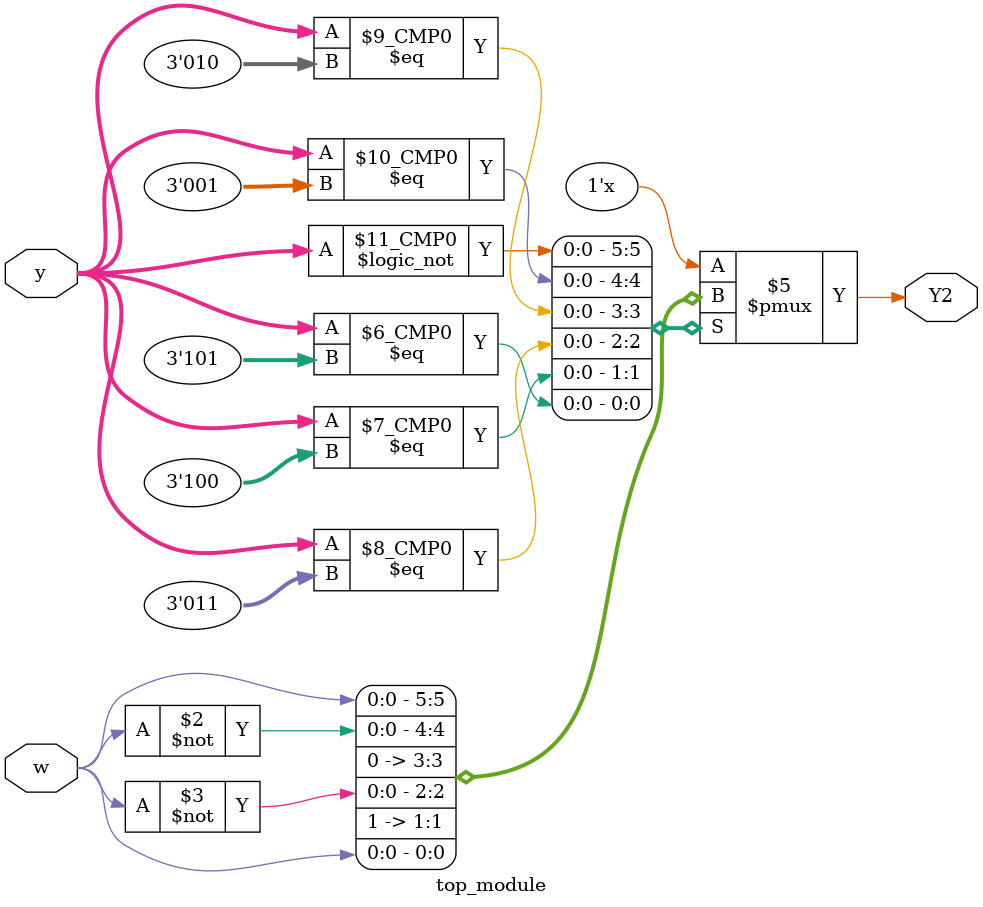
<source format=sv>
module top_module(
    input [3:1] y,
    input w,
    output reg Y2
);

always @(*) begin
    case (y)
        3'b000: Y2 = w;
        3'b001: Y2 = ~w;
        3'b010: Y2 = 1'b0;
        3'b011: Y2 = ~w;
        3'b100: Y2 = 1'b1;
        3'b101: Y2 = w;
        default: Y2 = 1'bx;
    endcase
end

endmodule

</source>
